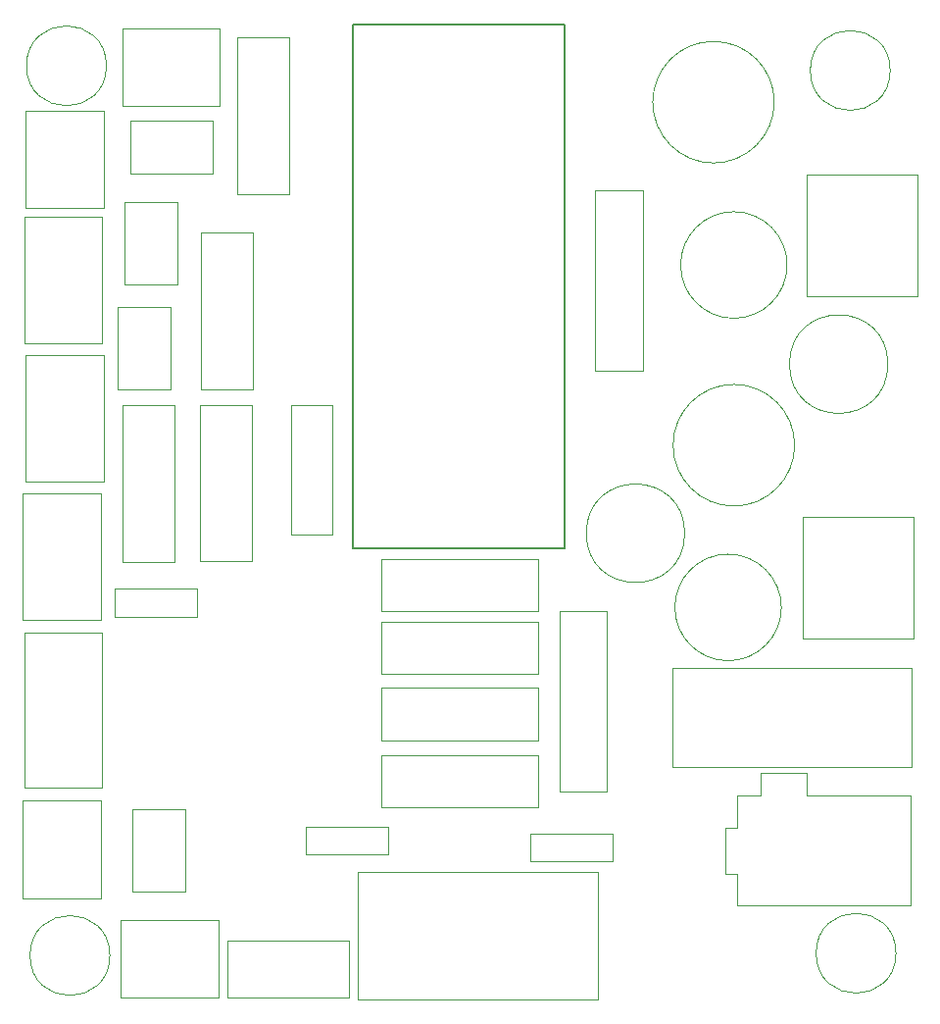
<source format=gbr>
G04 #@! TF.GenerationSoftware,KiCad,Pcbnew,5.1.6-c6e7f7d~86~ubuntu20.04.1*
G04 #@! TF.CreationDate,2020-06-09T07:54:05+01:00*
G04 #@! TF.ProjectId,flypi,666c7970-692e-46b6-9963-61645f706362,rev?*
G04 #@! TF.SameCoordinates,Original*
G04 #@! TF.FileFunction,Other,User*
%FSLAX46Y46*%
G04 Gerber Fmt 4.6, Leading zero omitted, Abs format (unit mm)*
G04 Created by KiCad (PCBNEW 5.1.6-c6e7f7d~86~ubuntu20.04.1) date 2020-06-09 07:54:05*
%MOMM*%
%LPD*%
G01*
G04 APERTURE LIST*
%ADD10C,0.150000*%
%ADD11C,0.050000*%
G04 APERTURE END LIST*
D10*
X133556000Y-49722000D02*
X146002000Y-49722000D01*
X133556000Y-94934000D02*
X133556000Y-49722000D01*
X151844000Y-94934000D02*
X133556000Y-94934000D01*
X151844000Y-74106000D02*
X151844000Y-94934000D01*
X151844000Y-49722000D02*
X151844000Y-74106000D01*
X146002000Y-49722000D02*
X151844000Y-49722000D01*
D11*
X180000000Y-53650000D02*
G75*
G03*
X180000000Y-53650000I-3450000J0D01*
G01*
X112300000Y-53250000D02*
G75*
G03*
X112300000Y-53250000I-3450000J0D01*
G01*
X112600000Y-130050000D02*
G75*
G03*
X112600000Y-130050000I-3450000J0D01*
G01*
X180500000Y-129850000D02*
G75*
G03*
X180500000Y-129850000I-3450000J0D01*
G01*
X112070000Y-89150000D02*
X112070000Y-78250000D01*
X105320000Y-89150000D02*
X112070000Y-89150000D01*
X105320000Y-78250000D02*
X105320000Y-89150000D01*
X112070000Y-78250000D02*
X105320000Y-78250000D01*
X128248000Y-93748000D02*
X131848000Y-93748000D01*
X128248000Y-82548000D02*
X128248000Y-93748000D01*
X131848000Y-82548000D02*
X128248000Y-82548000D01*
X131848000Y-93748000D02*
X131848000Y-82548000D01*
X111950000Y-115550000D02*
X111950000Y-102150000D01*
X105200000Y-115550000D02*
X111950000Y-115550000D01*
X105200000Y-102150000D02*
X105200000Y-115550000D01*
X111950000Y-102150000D02*
X105200000Y-102150000D01*
X171747000Y-85999000D02*
G75*
G03*
X171747000Y-85999000I-5250000J0D01*
G01*
X169989000Y-56388000D02*
G75*
G03*
X169989000Y-56388000I-5250000J0D01*
G01*
X179800000Y-79000000D02*
G75*
G03*
X179800000Y-79000000I-4250000J0D01*
G01*
X162250000Y-93600000D02*
G75*
G03*
X162250000Y-93600000I-4250000J0D01*
G01*
X129506000Y-118942000D02*
X129506000Y-121342000D01*
X129506000Y-121342000D02*
X136606000Y-121342000D01*
X136606000Y-121342000D02*
X136606000Y-118942000D01*
X136606000Y-118942000D02*
X129506000Y-118942000D01*
X113000000Y-100800000D02*
X120100000Y-100800000D01*
X113000000Y-98400000D02*
X113000000Y-100800000D01*
X120100000Y-98400000D02*
X113000000Y-98400000D01*
X120100000Y-100800000D02*
X120100000Y-98400000D01*
X156050000Y-119500000D02*
X148950000Y-119500000D01*
X156050000Y-121900000D02*
X156050000Y-119500000D01*
X148950000Y-121900000D02*
X156050000Y-121900000D01*
X148950000Y-119500000D02*
X148950000Y-121900000D01*
X155550000Y-115877000D02*
X155550000Y-100277000D01*
X151450000Y-115877000D02*
X155550000Y-115877000D01*
X151450000Y-100277000D02*
X151450000Y-115877000D01*
X155550000Y-100277000D02*
X151450000Y-100277000D01*
X154541000Y-79555000D02*
X158641000Y-79555000D01*
X158641000Y-79555000D02*
X158641000Y-63955000D01*
X158641000Y-63955000D02*
X154541000Y-63955000D01*
X154541000Y-63955000D02*
X154541000Y-79555000D01*
X181800000Y-116250000D02*
X181800000Y-125750000D01*
X172800000Y-116250000D02*
X181800000Y-116250000D01*
X172800000Y-114250000D02*
X172800000Y-116250000D01*
X168800000Y-114250000D02*
X172800000Y-114250000D01*
X168800000Y-116250000D02*
X168800000Y-114250000D01*
X166800000Y-116250000D02*
X168800000Y-116250000D01*
X166800000Y-119000000D02*
X166800000Y-116250000D01*
X165800000Y-119000000D02*
X166800000Y-119000000D01*
X165800000Y-123000000D02*
X165800000Y-119000000D01*
X166800000Y-123000000D02*
X165800000Y-123000000D01*
X166800000Y-125500000D02*
X166800000Y-123000000D01*
X166800000Y-125750000D02*
X181800000Y-125750000D01*
X166800000Y-125500000D02*
X166800000Y-125750000D01*
X121950000Y-126950000D02*
X113550000Y-126950000D01*
X121950000Y-133700000D02*
X121950000Y-126950000D01*
X113550000Y-133700000D02*
X121950000Y-133700000D01*
X113550000Y-126950000D02*
X113550000Y-133700000D01*
X111816000Y-116684000D02*
X105066000Y-116684000D01*
X105066000Y-116684000D02*
X105066000Y-125084000D01*
X105066000Y-125084000D02*
X111816000Y-125084000D01*
X111816000Y-125084000D02*
X111816000Y-116684000D01*
X111816000Y-101050000D02*
X111816000Y-90150000D01*
X105066000Y-101050000D02*
X111816000Y-101050000D01*
X105066000Y-90150000D02*
X105066000Y-101050000D01*
X111816000Y-90150000D02*
X105066000Y-90150000D01*
X112050000Y-57150000D02*
X105300000Y-57150000D01*
X105300000Y-57150000D02*
X105300000Y-65550000D01*
X105300000Y-65550000D02*
X112050000Y-65550000D01*
X112050000Y-65550000D02*
X112050000Y-57150000D01*
X113650000Y-56750000D02*
X122050000Y-56750000D01*
X113650000Y-50000000D02*
X113650000Y-56750000D01*
X122050000Y-50000000D02*
X113650000Y-50000000D01*
X122050000Y-56750000D02*
X122050000Y-50000000D01*
X111943000Y-66265000D02*
X105193000Y-66265000D01*
X105193000Y-66265000D02*
X105193000Y-77165000D01*
X105193000Y-77165000D02*
X111943000Y-77165000D01*
X111943000Y-77165000D02*
X111943000Y-66265000D01*
X119150000Y-117400000D02*
X119150000Y-124500000D01*
X119150000Y-117400000D02*
X114550000Y-117400000D01*
X114550000Y-124500000D02*
X119150000Y-124500000D01*
X114550000Y-124500000D02*
X114550000Y-117400000D01*
X113850000Y-72150000D02*
X113850000Y-65050000D01*
X113850000Y-72150000D02*
X118450000Y-72150000D01*
X118450000Y-65050000D02*
X113850000Y-65050000D01*
X118450000Y-65050000D02*
X118450000Y-72150000D01*
X121450000Y-62550000D02*
X114350000Y-62550000D01*
X121450000Y-62550000D02*
X121450000Y-57950000D01*
X114350000Y-57950000D02*
X114350000Y-62550000D01*
X114350000Y-57950000D02*
X121450000Y-57950000D01*
X113250000Y-81180000D02*
X113250000Y-74080000D01*
X113250000Y-81180000D02*
X117850000Y-81180000D01*
X117850000Y-74080000D02*
X113250000Y-74080000D01*
X117850000Y-74080000D02*
X117850000Y-81180000D01*
X122710000Y-133700000D02*
X133210000Y-133700000D01*
X122710000Y-128790000D02*
X122710000Y-133700000D01*
X133210000Y-128790000D02*
X122710000Y-128790000D01*
X133210000Y-133700000D02*
X133210000Y-128790000D01*
X120450000Y-67650000D02*
X120450000Y-81150000D01*
X124950000Y-67650000D02*
X120450000Y-67650000D01*
X124950000Y-81150000D02*
X124950000Y-67650000D01*
X120450000Y-81150000D02*
X124950000Y-81150000D01*
X136050000Y-95850000D02*
X136050000Y-100350000D01*
X136050000Y-100350000D02*
X149550000Y-100350000D01*
X149550000Y-100350000D02*
X149550000Y-95850000D01*
X149550000Y-95850000D02*
X136050000Y-95850000D01*
X123600000Y-50800000D02*
X123600000Y-64300000D01*
X128100000Y-50800000D02*
X123600000Y-50800000D01*
X128100000Y-64300000D02*
X128100000Y-50800000D01*
X123600000Y-64300000D02*
X128100000Y-64300000D01*
X120400000Y-96000000D02*
X124900000Y-96000000D01*
X124900000Y-96000000D02*
X124900000Y-82500000D01*
X124900000Y-82500000D02*
X120400000Y-82500000D01*
X120400000Y-82500000D02*
X120400000Y-96000000D01*
X113700000Y-96050000D02*
X118200000Y-96050000D01*
X118200000Y-96050000D02*
X118200000Y-82550000D01*
X118200000Y-82550000D02*
X113700000Y-82550000D01*
X113700000Y-82550000D02*
X113700000Y-96050000D01*
X149550000Y-101250000D02*
X136050000Y-101250000D01*
X149550000Y-105750000D02*
X149550000Y-101250000D01*
X136050000Y-105750000D02*
X149550000Y-105750000D01*
X136050000Y-101250000D02*
X136050000Y-105750000D01*
X149550000Y-106950000D02*
X136050000Y-106950000D01*
X149550000Y-111450000D02*
X149550000Y-106950000D01*
X136050000Y-111450000D02*
X149550000Y-111450000D01*
X136050000Y-106950000D02*
X136050000Y-111450000D01*
X136050000Y-112750000D02*
X136050000Y-117250000D01*
X136050000Y-117250000D02*
X149550000Y-117250000D01*
X149550000Y-117250000D02*
X149550000Y-112750000D01*
X149550000Y-112750000D02*
X136050000Y-112750000D01*
X182050000Y-102650000D02*
X182050000Y-92150000D01*
X172450000Y-102650000D02*
X182050000Y-102650000D01*
X172450000Y-92150000D02*
X172450000Y-102650000D01*
X182050000Y-92150000D02*
X172450000Y-92150000D01*
X182350000Y-62650000D02*
X172750000Y-62650000D01*
X172750000Y-62650000D02*
X172750000Y-73150000D01*
X172750000Y-73150000D02*
X182350000Y-73150000D01*
X182350000Y-73150000D02*
X182350000Y-62650000D01*
X134050000Y-133830000D02*
X154760000Y-133830000D01*
X134050000Y-122840000D02*
X134050000Y-133830000D01*
X154760000Y-122840000D02*
X134050000Y-122840000D01*
X154760000Y-133830000D02*
X154760000Y-122840000D01*
X171097000Y-70445000D02*
G75*
G03*
X171097000Y-70445000I-4600000J0D01*
G01*
X170600000Y-100000000D02*
G75*
G03*
X170600000Y-100000000I-4600000J0D01*
G01*
X181830000Y-105200000D02*
X181830000Y-113800000D01*
X161150000Y-105200000D02*
X181830000Y-105200000D01*
X161150000Y-113800000D02*
X161150000Y-105200000D01*
X181830000Y-113800000D02*
X161150000Y-113800000D01*
M02*

</source>
